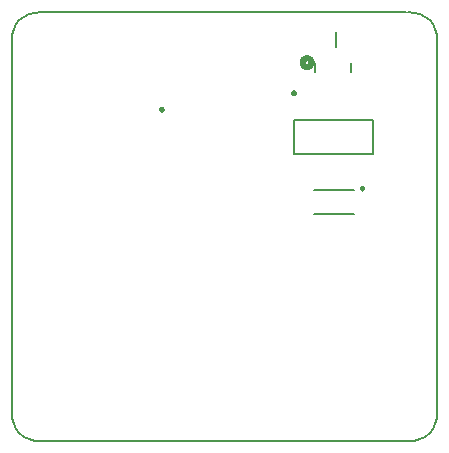
<source format=gbr>
G04 PROTEUS RS274X GERBER FILE*
%FSLAX45Y45*%
%MOMM*%
G01*
%ADD50C,0.250000*%
%ADD49C,0.200000*%
%ADD13C,0.203200*%
%ADD15C,0.508000*%
D50*
X+977623Y+2506935D02*
X+977582Y+2507932D01*
X+977244Y+2509928D01*
X+976537Y+2511924D01*
X+975381Y+2513920D01*
X+973613Y+2515888D01*
X+971617Y+2517331D01*
X+969621Y+2518249D01*
X+967625Y+2518767D01*
X+965629Y+2518935D01*
X+965623Y+2518935D01*
X+953623Y+2506935D02*
X+953664Y+2507932D01*
X+954002Y+2509928D01*
X+954709Y+2511924D01*
X+955865Y+2513920D01*
X+957633Y+2515888D01*
X+959629Y+2517331D01*
X+961625Y+2518249D01*
X+963621Y+2518767D01*
X+965617Y+2518935D01*
X+965623Y+2518935D01*
X+953623Y+2506935D02*
X+953664Y+2505938D01*
X+954002Y+2503942D01*
X+954709Y+2501946D01*
X+955865Y+2499950D01*
X+957633Y+2497982D01*
X+959629Y+2496539D01*
X+961625Y+2495621D01*
X+963621Y+2495103D01*
X+965617Y+2494935D01*
X+965623Y+2494935D01*
X+977623Y+2506935D02*
X+977582Y+2505938D01*
X+977244Y+2503942D01*
X+976537Y+2501946D01*
X+975381Y+2499950D01*
X+973613Y+2497982D01*
X+971617Y+2496539D01*
X+969621Y+2495621D01*
X+967625Y+2495103D01*
X+965629Y+2494935D01*
X+965623Y+2494935D01*
D49*
X+2440823Y+3033135D02*
X+2440823Y+3163135D01*
D50*
X+2098323Y+2645195D02*
X+2098280Y+2646234D01*
X+2097928Y+2648313D01*
X+2097191Y+2650392D01*
X+2095987Y+2652471D01*
X+2094146Y+2654521D01*
X+2092067Y+2656024D01*
X+2089988Y+2656981D01*
X+2087909Y+2657520D01*
X+2085830Y+2657695D01*
X+2085823Y+2657695D01*
X+2073323Y+2645195D02*
X+2073366Y+2646234D01*
X+2073718Y+2648313D01*
X+2074455Y+2650392D01*
X+2075659Y+2652471D01*
X+2077500Y+2654521D01*
X+2079579Y+2656024D01*
X+2081658Y+2656981D01*
X+2083737Y+2657520D01*
X+2085816Y+2657695D01*
X+2085823Y+2657695D01*
X+2073323Y+2645195D02*
X+2073366Y+2644156D01*
X+2073718Y+2642077D01*
X+2074455Y+2639998D01*
X+2075659Y+2637919D01*
X+2077500Y+2635869D01*
X+2079579Y+2634366D01*
X+2081658Y+2633409D01*
X+2083737Y+2632870D01*
X+2085816Y+2632695D01*
X+2085823Y+2632695D01*
X+2098323Y+2645195D02*
X+2098280Y+2644156D01*
X+2097928Y+2642077D01*
X+2097191Y+2639998D01*
X+2095987Y+2637919D01*
X+2094146Y+2635869D01*
X+2092067Y+2634366D01*
X+2089988Y+2633409D01*
X+2087909Y+2632870D01*
X+2085830Y+2632695D01*
X+2085823Y+2632695D01*
D49*
X+2755823Y+2415195D02*
X+2755823Y+2125195D01*
X+2085823Y+2125195D01*
X+2085823Y+2415195D01*
X+2755823Y+2415195D01*
X+2270823Y+2900195D02*
X+2270823Y+2820195D01*
X+2570823Y+2900195D02*
X+2570823Y+2820195D01*
D50*
X+2677500Y+1840000D02*
X+2677457Y+1841039D01*
X+2677105Y+1843118D01*
X+2676368Y+1845197D01*
X+2675164Y+1847276D01*
X+2673323Y+1849326D01*
X+2671244Y+1850829D01*
X+2669165Y+1851786D01*
X+2667086Y+1852325D01*
X+2665007Y+1852500D01*
X+2665000Y+1852500D01*
X+2652500Y+1840000D02*
X+2652543Y+1841039D01*
X+2652895Y+1843118D01*
X+2653632Y+1845197D01*
X+2654836Y+1847276D01*
X+2656677Y+1849326D01*
X+2658756Y+1850829D01*
X+2660835Y+1851786D01*
X+2662914Y+1852325D01*
X+2664993Y+1852500D01*
X+2665000Y+1852500D01*
X+2652500Y+1840000D02*
X+2652543Y+1838961D01*
X+2652895Y+1836882D01*
X+2653632Y+1834803D01*
X+2654836Y+1832724D01*
X+2656677Y+1830674D01*
X+2658756Y+1829171D01*
X+2660835Y+1828214D01*
X+2662914Y+1827675D01*
X+2664993Y+1827500D01*
X+2665000Y+1827500D01*
X+2677500Y+1840000D02*
X+2677457Y+1838961D01*
X+2677105Y+1836882D01*
X+2676368Y+1834803D01*
X+2675164Y+1832724D01*
X+2673323Y+1830674D01*
X+2671244Y+1829171D01*
X+2669165Y+1828214D01*
X+2667086Y+1827675D01*
X+2665007Y+1827500D01*
X+2665000Y+1827500D01*
D49*
X+2600000Y+1822500D02*
X+2260000Y+1822500D01*
X+2600000Y+1617500D02*
X+2260000Y+1617500D01*
D13*
X-299177Y+3078135D02*
X-295100Y+3135532D01*
X-282966Y+3185752D01*
X-262922Y+3228648D01*
X-235114Y+3264072D01*
X-199689Y+3291880D01*
X-156794Y+3311924D01*
X-106574Y+3324058D01*
X-49177Y+3328135D01*
X+3050823Y+3328135D02*
X+3108220Y+3324058D01*
X+3158440Y+3311924D01*
X+3201335Y+3291880D01*
X+3236760Y+3264072D01*
X+3264568Y+3228648D01*
X+3284612Y+3185752D01*
X+3296746Y+3135532D01*
X+3300823Y+3078135D01*
X+3300823Y-51865D02*
X+3296746Y-109262D01*
X+3284612Y-159482D01*
X+3264568Y-202378D01*
X+3236760Y-237802D01*
X+3201335Y-265610D01*
X+3158440Y-285654D01*
X+3108220Y-297788D01*
X+3050823Y-301865D01*
X-49177Y-301865D02*
X-106574Y-297788D01*
X-156794Y-285654D01*
X-199689Y-265610D01*
X-235114Y-237802D01*
X-262922Y-202378D01*
X-282966Y-159482D01*
X-295100Y-109262D01*
X-299177Y-51865D01*
X-49177Y-301865D02*
X+3050823Y-301865D01*
X-299177Y-51865D02*
X-299177Y+3098135D01*
X-59177Y+3328135D02*
X+3040823Y+3328135D01*
X+3300823Y+3098135D02*
X+3300823Y-51865D01*
D15*
X+2238600Y+2900000D02*
X+2238469Y+2903158D01*
X+2237403Y+2909476D01*
X+2235172Y+2915794D01*
X+2231527Y+2922112D01*
X+2225952Y+2928351D01*
X+2219634Y+2932947D01*
X+2213316Y+2935880D01*
X+2206998Y+2937542D01*
X+2200680Y+2938100D01*
X+2200500Y+2938100D01*
X+2162400Y+2900000D02*
X+2162531Y+2903158D01*
X+2163597Y+2909476D01*
X+2165828Y+2915794D01*
X+2169473Y+2922112D01*
X+2175048Y+2928351D01*
X+2181366Y+2932947D01*
X+2187684Y+2935880D01*
X+2194002Y+2937542D01*
X+2200320Y+2938100D01*
X+2200500Y+2938100D01*
X+2162400Y+2900000D02*
X+2162531Y+2896842D01*
X+2163597Y+2890524D01*
X+2165828Y+2884206D01*
X+2169473Y+2877888D01*
X+2175048Y+2871649D01*
X+2181366Y+2867053D01*
X+2187684Y+2864120D01*
X+2194002Y+2862458D01*
X+2200320Y+2861900D01*
X+2200500Y+2861900D01*
X+2238600Y+2900000D02*
X+2238469Y+2896842D01*
X+2237403Y+2890524D01*
X+2235172Y+2884206D01*
X+2231527Y+2877888D01*
X+2225952Y+2871649D01*
X+2219634Y+2867053D01*
X+2213316Y+2864120D01*
X+2206998Y+2862458D01*
X+2200680Y+2861900D01*
X+2200500Y+2861900D01*
M02*

</source>
